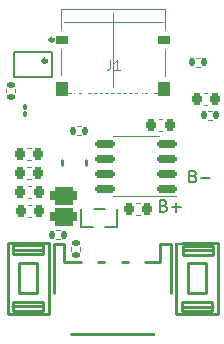
<source format=gto>
G04 #@! TF.GenerationSoftware,KiCad,Pcbnew,7.0.1-0*
G04 #@! TF.CreationDate,2023-11-28T20:23:29+01:00*
G04 #@! TF.ProjectId,Smart_Lamps,536d6172-745f-44c6-916d-70732e6b6963,rev?*
G04 #@! TF.SameCoordinates,Original*
G04 #@! TF.FileFunction,Legend,Top*
G04 #@! TF.FilePolarity,Positive*
%FSLAX46Y46*%
G04 Gerber Fmt 4.6, Leading zero omitted, Abs format (unit mm)*
G04 Created by KiCad (PCBNEW 7.0.1-0) date 2023-11-28 20:23:29*
%MOMM*%
%LPD*%
G01*
G04 APERTURE LIST*
G04 Aperture macros list*
%AMRoundRect*
0 Rectangle with rounded corners*
0 $1 Rounding radius*
0 $2 $3 $4 $5 $6 $7 $8 $9 X,Y pos of 4 corners*
0 Add a 4 corners polygon primitive as box body*
4,1,4,$2,$3,$4,$5,$6,$7,$8,$9,$2,$3,0*
0 Add four circle primitives for the rounded corners*
1,1,$1+$1,$2,$3*
1,1,$1+$1,$4,$5*
1,1,$1+$1,$6,$7*
1,1,$1+$1,$8,$9*
0 Add four rect primitives between the rounded corners*
20,1,$1+$1,$2,$3,$4,$5,0*
20,1,$1+$1,$4,$5,$6,$7,0*
20,1,$1+$1,$6,$7,$8,$9,0*
20,1,$1+$1,$8,$9,$2,$3,0*%
G04 Aperture macros list end*
%ADD10C,0.150000*%
%ADD11C,0.100000*%
%ADD12C,0.300000*%
%ADD13C,0.120000*%
%ADD14C,0.250000*%
%ADD15C,0.020000*%
%ADD16O,0.280000X1.620000*%
%ADD17RoundRect,0.150000X0.675000X0.150000X-0.675000X0.150000X-0.675000X-0.150000X0.675000X-0.150000X0*%
%ADD18RoundRect,0.225000X-0.225000X-0.250000X0.225000X-0.250000X0.225000X0.250000X-0.225000X0.250000X0*%
%ADD19RoundRect,0.135000X-0.135000X-0.185000X0.135000X-0.185000X0.135000X0.185000X-0.135000X0.185000X0*%
%ADD20R,0.700000X1.250000*%
%ADD21R,1.800000X1.800000*%
%ADD22RoundRect,0.225000X0.225000X0.250000X-0.225000X0.250000X-0.225000X-0.250000X0.225000X-0.250000X0*%
%ADD23RoundRect,0.135000X0.185000X-0.135000X0.185000X0.135000X-0.185000X0.135000X-0.185000X-0.135000X0*%
%ADD24RoundRect,0.100000X0.100000X-0.130000X0.100000X0.130000X-0.100000X0.130000X-0.100000X-0.130000X0*%
%ADD25RoundRect,0.135000X0.135000X0.185000X-0.135000X0.185000X-0.135000X-0.185000X0.135000X-0.185000X0*%
%ADD26RoundRect,0.135000X-0.185000X0.135000X-0.185000X-0.135000X0.185000X-0.135000X0.185000X0.135000X0*%
%ADD27R,2.200000X1.200000*%
%ADD28C,3.600000*%
%ADD29C,5.600000*%
%ADD30RoundRect,0.381000X-0.762000X-0.381000X0.762000X-0.381000X0.762000X0.381000X-0.762000X0.381000X0*%
%ADD31C,0.670000*%
%ADD32R,0.250000X1.450000*%
%ADD33R,0.300000X1.450000*%
%ADD34RoundRect,0.500000X0.000000X0.600000X0.000000X0.600000X0.000000X-0.600000X0.000000X-0.600000X0*%
%ADD35RoundRect,0.500000X0.000000X0.300000X0.000000X0.300000X0.000000X-0.300000X0.000000X-0.300000X0*%
%ADD36R,1.500000X3.400000*%
%ADD37R,1.000000X3.500000*%
G04 APERTURE END LIST*
D10*
X142471428Y-116453809D02*
X142614285Y-116501428D01*
X142614285Y-116501428D02*
X142661904Y-116549047D01*
X142661904Y-116549047D02*
X142709523Y-116644285D01*
X142709523Y-116644285D02*
X142709523Y-116787142D01*
X142709523Y-116787142D02*
X142661904Y-116882380D01*
X142661904Y-116882380D02*
X142614285Y-116930000D01*
X142614285Y-116930000D02*
X142519047Y-116977619D01*
X142519047Y-116977619D02*
X142138095Y-116977619D01*
X142138095Y-116977619D02*
X142138095Y-115977619D01*
X142138095Y-115977619D02*
X142471428Y-115977619D01*
X142471428Y-115977619D02*
X142566666Y-116025238D01*
X142566666Y-116025238D02*
X142614285Y-116072857D01*
X142614285Y-116072857D02*
X142661904Y-116168095D01*
X142661904Y-116168095D02*
X142661904Y-116263333D01*
X142661904Y-116263333D02*
X142614285Y-116358571D01*
X142614285Y-116358571D02*
X142566666Y-116406190D01*
X142566666Y-116406190D02*
X142471428Y-116453809D01*
X142471428Y-116453809D02*
X142138095Y-116453809D01*
X143138095Y-116596666D02*
X143900000Y-116596666D01*
X143519047Y-116977619D02*
X143519047Y-116215714D01*
X144971428Y-113953809D02*
X145114285Y-114001428D01*
X145114285Y-114001428D02*
X145161904Y-114049047D01*
X145161904Y-114049047D02*
X145209523Y-114144285D01*
X145209523Y-114144285D02*
X145209523Y-114287142D01*
X145209523Y-114287142D02*
X145161904Y-114382380D01*
X145161904Y-114382380D02*
X145114285Y-114430000D01*
X145114285Y-114430000D02*
X145019047Y-114477619D01*
X145019047Y-114477619D02*
X144638095Y-114477619D01*
X144638095Y-114477619D02*
X144638095Y-113477619D01*
X144638095Y-113477619D02*
X144971428Y-113477619D01*
X144971428Y-113477619D02*
X145066666Y-113525238D01*
X145066666Y-113525238D02*
X145114285Y-113572857D01*
X145114285Y-113572857D02*
X145161904Y-113668095D01*
X145161904Y-113668095D02*
X145161904Y-113763333D01*
X145161904Y-113763333D02*
X145114285Y-113858571D01*
X145114285Y-113858571D02*
X145066666Y-113906190D01*
X145066666Y-113906190D02*
X144971428Y-113953809D01*
X144971428Y-113953809D02*
X144638095Y-113953809D01*
X145638095Y-114096666D02*
X146400000Y-114096666D01*
D11*
X137933333Y-104120095D02*
X137933333Y-104691523D01*
X137933333Y-104691523D02*
X137895238Y-104805809D01*
X137895238Y-104805809D02*
X137819047Y-104882000D01*
X137819047Y-104882000D02*
X137704762Y-104920095D01*
X137704762Y-104920095D02*
X137628571Y-104920095D01*
X138733333Y-104920095D02*
X138276190Y-104920095D01*
X138504762Y-104920095D02*
X138504762Y-104120095D01*
X138504762Y-104120095D02*
X138428571Y-104234380D01*
X138428571Y-104234380D02*
X138352381Y-104310571D01*
X138352381Y-104310571D02*
X138276190Y-104348666D01*
D10*
X132980000Y-105570000D02*
X129820000Y-105570000D01*
X132980000Y-103430000D02*
X132980000Y-105570000D01*
X129820000Y-105570000D02*
X129820000Y-103430000D01*
X129820000Y-103430000D02*
X132980000Y-103430000D01*
D12*
X133140000Y-102390000D02*
G75*
G03*
X133140000Y-102390000I-150000J0D01*
G01*
X132550000Y-104180000D02*
G75*
G03*
X132550000Y-104180000I-150000J0D01*
G01*
D13*
X140100000Y-115660000D02*
X143550000Y-115660000D01*
X140100000Y-115660000D02*
X138150000Y-115660000D01*
X140100000Y-110540000D02*
X142050000Y-110540000D01*
X140100000Y-110540000D02*
X138150000Y-110540000D01*
X130934420Y-113190000D02*
X131215580Y-113190000D01*
X130934420Y-114210000D02*
X131215580Y-114210000D01*
X146256359Y-108420000D02*
X146563641Y-108420000D01*
X146256359Y-109180000D02*
X146563641Y-109180000D01*
D10*
X135470000Y-118230000D02*
X136510000Y-118230000D01*
X138530000Y-118230000D02*
X137490000Y-118230000D01*
X135470000Y-116770000D02*
X135470000Y-118230000D01*
X136540000Y-116770000D02*
X137460000Y-116770000D01*
X138530000Y-116770000D02*
X138530000Y-118230000D01*
D14*
X143550000Y-125600000D02*
X147050000Y-125600000D01*
X143550000Y-125600000D02*
X143550000Y-119600000D01*
X144030000Y-125390000D02*
X144030000Y-124630000D01*
X146570000Y-125390000D02*
X144030000Y-125390000D01*
X144070000Y-125020000D02*
X146610000Y-125020000D01*
X144030000Y-124630000D02*
X146570000Y-124630000D01*
X146570000Y-124630000D02*
X146570000Y-125390000D01*
X144540000Y-123870000D02*
X144540000Y-121330000D01*
X146060000Y-123870000D02*
X144540000Y-123870000D01*
X144540000Y-121330000D02*
X146060000Y-121330000D01*
X146060000Y-121330000D02*
X146060000Y-123870000D01*
X144080000Y-120600000D02*
X144080000Y-119840000D01*
X146620000Y-120600000D02*
X144080000Y-120600000D01*
X144120000Y-120230000D02*
X146660000Y-120230000D01*
X144080000Y-119840000D02*
X146620000Y-119840000D01*
X146620000Y-119840000D02*
X146620000Y-120600000D01*
X147050000Y-119600000D02*
X147050000Y-125600000D01*
X147050000Y-119600000D02*
X143550000Y-119600000D01*
D13*
X140440580Y-117210000D02*
X140159420Y-117210000D01*
X140440580Y-116190000D02*
X140159420Y-116190000D01*
X129120000Y-106853641D02*
X129120000Y-106546359D01*
X129880000Y-106853641D02*
X129880000Y-106546359D01*
X145543641Y-104680000D02*
X145236359Y-104680000D01*
X145543641Y-103920000D02*
X145236359Y-103920000D01*
X135380000Y-119946359D02*
X135380000Y-120253641D01*
X134620000Y-119946359D02*
X134620000Y-120253641D01*
D14*
X133880000Y-112600000D02*
X133880000Y-113000000D01*
X135920000Y-113000000D02*
X135920000Y-112600000D01*
D13*
X133653641Y-119280000D02*
X133346359Y-119280000D01*
X133653641Y-118520000D02*
X133346359Y-118520000D01*
X142340580Y-110110000D02*
X142059420Y-110110000D01*
X142340580Y-109090000D02*
X142059420Y-109090000D01*
D14*
X132750000Y-119600000D02*
X129250000Y-119600000D01*
X132750000Y-119600000D02*
X132750000Y-125600000D01*
X132270000Y-119810000D02*
X132270000Y-120570000D01*
X129730000Y-119810000D02*
X132270000Y-119810000D01*
X132230000Y-120180000D02*
X129690000Y-120180000D01*
X132270000Y-120570000D02*
X129730000Y-120570000D01*
X129730000Y-120570000D02*
X129730000Y-119810000D01*
X131760000Y-121330000D02*
X131760000Y-123870000D01*
X130240000Y-121330000D02*
X131760000Y-121330000D01*
X131760000Y-123870000D02*
X130240000Y-123870000D01*
X130240000Y-123870000D02*
X130240000Y-121330000D01*
X132220000Y-124600000D02*
X132220000Y-125360000D01*
X129680000Y-124600000D02*
X132220000Y-124600000D01*
X132180000Y-124970000D02*
X129640000Y-124970000D01*
X132220000Y-125360000D02*
X129680000Y-125360000D01*
X129680000Y-125360000D02*
X129680000Y-124600000D01*
X129250000Y-125600000D02*
X129250000Y-119600000D01*
X129250000Y-125600000D02*
X132750000Y-125600000D01*
D13*
X130934420Y-111590000D02*
X131215580Y-111590000D01*
X130934420Y-112610000D02*
X131215580Y-112610000D01*
X145884420Y-106940000D02*
X146165580Y-106940000D01*
X145884420Y-107960000D02*
X146165580Y-107960000D01*
X135453641Y-110480000D02*
X135146359Y-110480000D01*
X135453641Y-109720000D02*
X135146359Y-109720000D01*
D11*
X142600000Y-106900000D02*
X142600000Y-99800000D01*
X142600000Y-106900000D02*
X133800000Y-106900000D01*
D15*
X138200000Y-106420000D02*
X138200000Y-100100000D01*
D11*
X134000000Y-100900000D02*
X142400000Y-100900000D01*
X133800000Y-106900000D02*
X133800000Y-99800000D01*
X133800000Y-99800000D02*
X142600000Y-99800000D01*
D13*
X130959420Y-114790000D02*
X131240580Y-114790000D01*
X130959420Y-115810000D02*
X131240580Y-115810000D01*
D14*
X143060000Y-119700000D02*
X143060000Y-123850000D01*
X142170000Y-121230000D02*
X142170000Y-119700000D01*
X142170000Y-119700000D02*
X143060000Y-119700000D01*
X141610000Y-127340000D02*
X134620000Y-127340000D01*
X140910000Y-121230000D02*
X142170000Y-121230000D01*
X138910000Y-121230000D02*
X139450000Y-121230000D01*
X136910000Y-121230000D02*
X137450000Y-121230000D01*
X134040000Y-121230000D02*
X135450000Y-121230000D01*
X134040000Y-119700000D02*
X134040000Y-121230000D01*
X133910000Y-119700000D02*
X134040000Y-119700000D01*
X133150000Y-123850000D02*
X133150000Y-119700000D01*
X133150000Y-119700000D02*
X133910000Y-119700000D01*
D13*
X130984420Y-116390000D02*
X131265580Y-116390000D01*
X130984420Y-117410000D02*
X131265580Y-117410000D01*
%LPC*%
D16*
X132400000Y-102390000D03*
X131900000Y-102390000D03*
X131400000Y-102390000D03*
X130900000Y-102390000D03*
X130400000Y-102390000D03*
X130400000Y-106610000D03*
X130900000Y-106610000D03*
X131400000Y-106610000D03*
X131900000Y-106610000D03*
X132400000Y-106610000D03*
D17*
X142725000Y-115005000D03*
X142725000Y-113735000D03*
X142725000Y-112465000D03*
X142725000Y-111195000D03*
X137475000Y-111195000D03*
X137475000Y-112465000D03*
X137475000Y-113735000D03*
X137475000Y-115005000D03*
D18*
X130300000Y-113700000D03*
X131850000Y-113700000D03*
D19*
X145900000Y-108800000D03*
X146920000Y-108800000D03*
D20*
X137950000Y-116500000D03*
X136050000Y-116500000D03*
X137000000Y-118500000D03*
D21*
X145300000Y-126600000D03*
X145300000Y-118600000D03*
D22*
X141075000Y-116700000D03*
X139525000Y-116700000D03*
D23*
X129500000Y-107210000D03*
X129500000Y-106190000D03*
D24*
X130700000Y-108720000D03*
X130700000Y-108080000D03*
D25*
X145900000Y-104300000D03*
X144880000Y-104300000D03*
D26*
X135000000Y-119590000D03*
X135000000Y-120610000D03*
D27*
X134900000Y-113830000D03*
X134900000Y-111770000D03*
D28*
X150300000Y-124900000D03*
D29*
X150300000Y-124900000D03*
D28*
X126100000Y-124900000D03*
D29*
X126100000Y-124900000D03*
D28*
X126100000Y-104100000D03*
D29*
X126100000Y-104100000D03*
D25*
X134010000Y-118900000D03*
X132990000Y-118900000D03*
D30*
X134000000Y-115600000D03*
X134000000Y-117400000D03*
D22*
X142975000Y-109600000D03*
X141425000Y-109600000D03*
D21*
X131000000Y-118600000D03*
X131000000Y-126600000D03*
D18*
X130300000Y-112100000D03*
X131850000Y-112100000D03*
X145250000Y-107450000D03*
X146800000Y-107450000D03*
D25*
X135810000Y-110100000D03*
X134790000Y-110100000D03*
D31*
X141100000Y-106050000D03*
X135300000Y-106050000D03*
D32*
X141575000Y-107500000D03*
X140775000Y-107500000D03*
X139450000Y-107500000D03*
X138450000Y-107500000D03*
X137950000Y-107500000D03*
X136950000Y-107500000D03*
X135625000Y-107500000D03*
X134825000Y-107500000D03*
D33*
X135100000Y-107500000D03*
X135900000Y-107500000D03*
D32*
X136450000Y-107500000D03*
X137450000Y-107500000D03*
X138950000Y-107500000D03*
X139950000Y-107500000D03*
D33*
X140500000Y-107500000D03*
X141300000Y-107500000D03*
D34*
X142520000Y-106580000D03*
D35*
X142520000Y-102400000D03*
D34*
X133880000Y-106580000D03*
D35*
X133880000Y-102400000D03*
D28*
X150300000Y-104100000D03*
D29*
X150300000Y-104100000D03*
D18*
X130325000Y-115300000D03*
X131875000Y-115300000D03*
D36*
X142530000Y-125770000D03*
X133670000Y-125770000D03*
D37*
X136100000Y-120230000D03*
X138100000Y-120230000D03*
X140100000Y-120230000D03*
D18*
X130350000Y-116900000D03*
X131900000Y-116900000D03*
G36*
X146838000Y-114766613D02*
G01*
X146883387Y-114812000D01*
X146900000Y-114874000D01*
X146900000Y-116976000D01*
X146883387Y-117038000D01*
X146838000Y-117083387D01*
X146776000Y-117100000D01*
X144624000Y-117100000D01*
X144562000Y-117083387D01*
X144516613Y-117038000D01*
X144500000Y-116976000D01*
X144500000Y-114874000D01*
X144516613Y-114812000D01*
X144562000Y-114766613D01*
X144624000Y-114750000D01*
X146776000Y-114750000D01*
X146838000Y-114766613D01*
G37*
G36*
X143938000Y-117266613D02*
G01*
X143983387Y-117312000D01*
X144000000Y-117374000D01*
X144000000Y-119476000D01*
X143983387Y-119538000D01*
X143938000Y-119583387D01*
X143876000Y-119600000D01*
X141724000Y-119600000D01*
X141662000Y-119583387D01*
X141616613Y-119538000D01*
X141600000Y-119476000D01*
X141600000Y-117374000D01*
X141616613Y-117312000D01*
X141662000Y-117266613D01*
X141724000Y-117250000D01*
X143876000Y-117250000D01*
X143938000Y-117266613D01*
G37*
M02*

</source>
